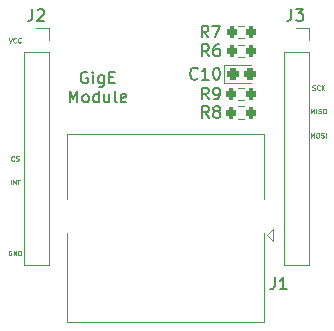
<source format=gto>
G04 #@! TF.GenerationSoftware,KiCad,Pcbnew,7.0.7*
G04 #@! TF.CreationDate,2023-10-04T16:56:07-06:00*
G04 #@! TF.ProjectId,GigE_Module,47696745-5f4d-46f6-9475-6c652e6b6963,rev?*
G04 #@! TF.SameCoordinates,Original*
G04 #@! TF.FileFunction,Legend,Top*
G04 #@! TF.FilePolarity,Positive*
%FSLAX46Y46*%
G04 Gerber Fmt 4.6, Leading zero omitted, Abs format (unit mm)*
G04 Created by KiCad (PCBNEW 7.0.7) date 2023-10-04 16:56:07*
%MOMM*%
%LPD*%
G01*
G04 APERTURE LIST*
G04 Aperture macros list*
%AMRoundRect*
0 Rectangle with rounded corners*
0 $1 Rounding radius*
0 $2 $3 $4 $5 $6 $7 $8 $9 X,Y pos of 4 corners*
0 Add a 4 corners polygon primitive as box body*
4,1,4,$2,$3,$4,$5,$6,$7,$8,$9,$2,$3,0*
0 Add four circle primitives for the rounded corners*
1,1,$1+$1,$2,$3*
1,1,$1+$1,$4,$5*
1,1,$1+$1,$6,$7*
1,1,$1+$1,$8,$9*
0 Add four rect primitives between the rounded corners*
20,1,$1+$1,$2,$3,$4,$5,0*
20,1,$1+$1,$4,$5,$6,$7,0*
20,1,$1+$1,$6,$7,$8,$9,0*
20,1,$1+$1,$8,$9,$2,$3,0*%
G04 Aperture macros list end*
%ADD10C,0.100000*%
%ADD11C,0.150000*%
%ADD12C,0.120000*%
%ADD13C,3.250000*%
%ADD14R,1.500000X1.500000*%
%ADD15C,1.500000*%
%ADD16C,2.300000*%
%ADD17RoundRect,0.200000X-0.200000X-0.275000X0.200000X-0.275000X0.200000X0.275000X-0.200000X0.275000X0*%
%ADD18R,1.350000X1.350000*%
%ADD19O,1.350000X1.350000*%
%ADD20RoundRect,0.250000X-0.287500X-0.275000X0.287500X-0.275000X0.287500X0.275000X-0.287500X0.275000X0*%
G04 APERTURE END LIST*
D10*
X131645237Y-103858895D02*
X131607142Y-103839847D01*
X131607142Y-103839847D02*
X131549999Y-103839847D01*
X131549999Y-103839847D02*
X131492856Y-103858895D01*
X131492856Y-103858895D02*
X131454761Y-103896990D01*
X131454761Y-103896990D02*
X131435714Y-103935085D01*
X131435714Y-103935085D02*
X131416666Y-104011276D01*
X131416666Y-104011276D02*
X131416666Y-104068419D01*
X131416666Y-104068419D02*
X131435714Y-104144609D01*
X131435714Y-104144609D02*
X131454761Y-104182704D01*
X131454761Y-104182704D02*
X131492856Y-104220800D01*
X131492856Y-104220800D02*
X131549999Y-104239847D01*
X131549999Y-104239847D02*
X131588095Y-104239847D01*
X131588095Y-104239847D02*
X131645237Y-104220800D01*
X131645237Y-104220800D02*
X131664285Y-104201752D01*
X131664285Y-104201752D02*
X131664285Y-104068419D01*
X131664285Y-104068419D02*
X131588095Y-104068419D01*
X131835714Y-104239847D02*
X131835714Y-103839847D01*
X131835714Y-103839847D02*
X132064285Y-104239847D01*
X132064285Y-104239847D02*
X132064285Y-103839847D01*
X132254762Y-104239847D02*
X132254762Y-103839847D01*
X132254762Y-103839847D02*
X132350000Y-103839847D01*
X132350000Y-103839847D02*
X132407143Y-103858895D01*
X132407143Y-103858895D02*
X132445238Y-103896990D01*
X132445238Y-103896990D02*
X132464285Y-103935085D01*
X132464285Y-103935085D02*
X132483333Y-104011276D01*
X132483333Y-104011276D02*
X132483333Y-104068419D01*
X132483333Y-104068419D02*
X132464285Y-104144609D01*
X132464285Y-104144609D02*
X132445238Y-104182704D01*
X132445238Y-104182704D02*
X132407143Y-104220800D01*
X132407143Y-104220800D02*
X132350000Y-104239847D01*
X132350000Y-104239847D02*
X132254762Y-104239847D01*
X131588095Y-98239847D02*
X131588095Y-97839847D01*
X131778571Y-98239847D02*
X131778571Y-97839847D01*
X131778571Y-97839847D02*
X132007142Y-98239847D01*
X132007142Y-98239847D02*
X132007142Y-97839847D01*
X132140476Y-97839847D02*
X132369047Y-97839847D01*
X132254761Y-98239847D02*
X132254761Y-97839847D01*
X157125714Y-90220800D02*
X157182857Y-90239847D01*
X157182857Y-90239847D02*
X157278095Y-90239847D01*
X157278095Y-90239847D02*
X157316190Y-90220800D01*
X157316190Y-90220800D02*
X157335238Y-90201752D01*
X157335238Y-90201752D02*
X157354285Y-90163657D01*
X157354285Y-90163657D02*
X157354285Y-90125561D01*
X157354285Y-90125561D02*
X157335238Y-90087466D01*
X157335238Y-90087466D02*
X157316190Y-90068419D01*
X157316190Y-90068419D02*
X157278095Y-90049371D01*
X157278095Y-90049371D02*
X157201904Y-90030323D01*
X157201904Y-90030323D02*
X157163809Y-90011276D01*
X157163809Y-90011276D02*
X157144762Y-89992228D01*
X157144762Y-89992228D02*
X157125714Y-89954133D01*
X157125714Y-89954133D02*
X157125714Y-89916038D01*
X157125714Y-89916038D02*
X157144762Y-89877942D01*
X157144762Y-89877942D02*
X157163809Y-89858895D01*
X157163809Y-89858895D02*
X157201904Y-89839847D01*
X157201904Y-89839847D02*
X157297143Y-89839847D01*
X157297143Y-89839847D02*
X157354285Y-89858895D01*
X157754285Y-90201752D02*
X157735237Y-90220800D01*
X157735237Y-90220800D02*
X157678095Y-90239847D01*
X157678095Y-90239847D02*
X157639999Y-90239847D01*
X157639999Y-90239847D02*
X157582856Y-90220800D01*
X157582856Y-90220800D02*
X157544761Y-90182704D01*
X157544761Y-90182704D02*
X157525714Y-90144609D01*
X157525714Y-90144609D02*
X157506666Y-90068419D01*
X157506666Y-90068419D02*
X157506666Y-90011276D01*
X157506666Y-90011276D02*
X157525714Y-89935085D01*
X157525714Y-89935085D02*
X157544761Y-89896990D01*
X157544761Y-89896990D02*
X157582856Y-89858895D01*
X157582856Y-89858895D02*
X157639999Y-89839847D01*
X157639999Y-89839847D02*
X157678095Y-89839847D01*
X157678095Y-89839847D02*
X157735237Y-89858895D01*
X157735237Y-89858895D02*
X157754285Y-89877942D01*
X157925714Y-90239847D02*
X157925714Y-89839847D01*
X158154285Y-90239847D02*
X157982856Y-90011276D01*
X158154285Y-89839847D02*
X157925714Y-90068419D01*
D11*
X138079047Y-88727438D02*
X137983809Y-88679819D01*
X137983809Y-88679819D02*
X137840952Y-88679819D01*
X137840952Y-88679819D02*
X137698095Y-88727438D01*
X137698095Y-88727438D02*
X137602857Y-88822676D01*
X137602857Y-88822676D02*
X137555238Y-88917914D01*
X137555238Y-88917914D02*
X137507619Y-89108390D01*
X137507619Y-89108390D02*
X137507619Y-89251247D01*
X137507619Y-89251247D02*
X137555238Y-89441723D01*
X137555238Y-89441723D02*
X137602857Y-89536961D01*
X137602857Y-89536961D02*
X137698095Y-89632200D01*
X137698095Y-89632200D02*
X137840952Y-89679819D01*
X137840952Y-89679819D02*
X137936190Y-89679819D01*
X137936190Y-89679819D02*
X138079047Y-89632200D01*
X138079047Y-89632200D02*
X138126666Y-89584580D01*
X138126666Y-89584580D02*
X138126666Y-89251247D01*
X138126666Y-89251247D02*
X137936190Y-89251247D01*
X138555238Y-89679819D02*
X138555238Y-89013152D01*
X138555238Y-88679819D02*
X138507619Y-88727438D01*
X138507619Y-88727438D02*
X138555238Y-88775057D01*
X138555238Y-88775057D02*
X138602857Y-88727438D01*
X138602857Y-88727438D02*
X138555238Y-88679819D01*
X138555238Y-88679819D02*
X138555238Y-88775057D01*
X139459999Y-89013152D02*
X139459999Y-89822676D01*
X139459999Y-89822676D02*
X139412380Y-89917914D01*
X139412380Y-89917914D02*
X139364761Y-89965533D01*
X139364761Y-89965533D02*
X139269523Y-90013152D01*
X139269523Y-90013152D02*
X139126666Y-90013152D01*
X139126666Y-90013152D02*
X139031428Y-89965533D01*
X139459999Y-89632200D02*
X139364761Y-89679819D01*
X139364761Y-89679819D02*
X139174285Y-89679819D01*
X139174285Y-89679819D02*
X139079047Y-89632200D01*
X139079047Y-89632200D02*
X139031428Y-89584580D01*
X139031428Y-89584580D02*
X138983809Y-89489342D01*
X138983809Y-89489342D02*
X138983809Y-89203628D01*
X138983809Y-89203628D02*
X139031428Y-89108390D01*
X139031428Y-89108390D02*
X139079047Y-89060771D01*
X139079047Y-89060771D02*
X139174285Y-89013152D01*
X139174285Y-89013152D02*
X139364761Y-89013152D01*
X139364761Y-89013152D02*
X139459999Y-89060771D01*
X139936190Y-89156009D02*
X140269523Y-89156009D01*
X140412380Y-89679819D02*
X139936190Y-89679819D01*
X139936190Y-89679819D02*
X139936190Y-88679819D01*
X139936190Y-88679819D02*
X140412380Y-88679819D01*
X136579047Y-91289819D02*
X136579047Y-90289819D01*
X136579047Y-90289819D02*
X136912380Y-91004104D01*
X136912380Y-91004104D02*
X137245713Y-90289819D01*
X137245713Y-90289819D02*
X137245713Y-91289819D01*
X137864761Y-91289819D02*
X137769523Y-91242200D01*
X137769523Y-91242200D02*
X137721904Y-91194580D01*
X137721904Y-91194580D02*
X137674285Y-91099342D01*
X137674285Y-91099342D02*
X137674285Y-90813628D01*
X137674285Y-90813628D02*
X137721904Y-90718390D01*
X137721904Y-90718390D02*
X137769523Y-90670771D01*
X137769523Y-90670771D02*
X137864761Y-90623152D01*
X137864761Y-90623152D02*
X138007618Y-90623152D01*
X138007618Y-90623152D02*
X138102856Y-90670771D01*
X138102856Y-90670771D02*
X138150475Y-90718390D01*
X138150475Y-90718390D02*
X138198094Y-90813628D01*
X138198094Y-90813628D02*
X138198094Y-91099342D01*
X138198094Y-91099342D02*
X138150475Y-91194580D01*
X138150475Y-91194580D02*
X138102856Y-91242200D01*
X138102856Y-91242200D02*
X138007618Y-91289819D01*
X138007618Y-91289819D02*
X137864761Y-91289819D01*
X139055237Y-91289819D02*
X139055237Y-90289819D01*
X139055237Y-91242200D02*
X138959999Y-91289819D01*
X138959999Y-91289819D02*
X138769523Y-91289819D01*
X138769523Y-91289819D02*
X138674285Y-91242200D01*
X138674285Y-91242200D02*
X138626666Y-91194580D01*
X138626666Y-91194580D02*
X138579047Y-91099342D01*
X138579047Y-91099342D02*
X138579047Y-90813628D01*
X138579047Y-90813628D02*
X138626666Y-90718390D01*
X138626666Y-90718390D02*
X138674285Y-90670771D01*
X138674285Y-90670771D02*
X138769523Y-90623152D01*
X138769523Y-90623152D02*
X138959999Y-90623152D01*
X138959999Y-90623152D02*
X139055237Y-90670771D01*
X139959999Y-90623152D02*
X139959999Y-91289819D01*
X139531428Y-90623152D02*
X139531428Y-91146961D01*
X139531428Y-91146961D02*
X139579047Y-91242200D01*
X139579047Y-91242200D02*
X139674285Y-91289819D01*
X139674285Y-91289819D02*
X139817142Y-91289819D01*
X139817142Y-91289819D02*
X139912380Y-91242200D01*
X139912380Y-91242200D02*
X139959999Y-91194580D01*
X140579047Y-91289819D02*
X140483809Y-91242200D01*
X140483809Y-91242200D02*
X140436190Y-91146961D01*
X140436190Y-91146961D02*
X140436190Y-90289819D01*
X141340952Y-91242200D02*
X141245714Y-91289819D01*
X141245714Y-91289819D02*
X141055238Y-91289819D01*
X141055238Y-91289819D02*
X140960000Y-91242200D01*
X140960000Y-91242200D02*
X140912381Y-91146961D01*
X140912381Y-91146961D02*
X140912381Y-90766009D01*
X140912381Y-90766009D02*
X140960000Y-90670771D01*
X140960000Y-90670771D02*
X141055238Y-90623152D01*
X141055238Y-90623152D02*
X141245714Y-90623152D01*
X141245714Y-90623152D02*
X141340952Y-90670771D01*
X141340952Y-90670771D02*
X141388571Y-90766009D01*
X141388571Y-90766009D02*
X141388571Y-90861247D01*
X141388571Y-90861247D02*
X140912381Y-90956485D01*
D10*
X131883333Y-96201752D02*
X131864285Y-96220800D01*
X131864285Y-96220800D02*
X131807143Y-96239847D01*
X131807143Y-96239847D02*
X131769047Y-96239847D01*
X131769047Y-96239847D02*
X131711904Y-96220800D01*
X131711904Y-96220800D02*
X131673809Y-96182704D01*
X131673809Y-96182704D02*
X131654762Y-96144609D01*
X131654762Y-96144609D02*
X131635714Y-96068419D01*
X131635714Y-96068419D02*
X131635714Y-96011276D01*
X131635714Y-96011276D02*
X131654762Y-95935085D01*
X131654762Y-95935085D02*
X131673809Y-95896990D01*
X131673809Y-95896990D02*
X131711904Y-95858895D01*
X131711904Y-95858895D02*
X131769047Y-95839847D01*
X131769047Y-95839847D02*
X131807143Y-95839847D01*
X131807143Y-95839847D02*
X131864285Y-95858895D01*
X131864285Y-95858895D02*
X131883333Y-95877942D01*
X132035714Y-96220800D02*
X132092857Y-96239847D01*
X132092857Y-96239847D02*
X132188095Y-96239847D01*
X132188095Y-96239847D02*
X132226190Y-96220800D01*
X132226190Y-96220800D02*
X132245238Y-96201752D01*
X132245238Y-96201752D02*
X132264285Y-96163657D01*
X132264285Y-96163657D02*
X132264285Y-96125561D01*
X132264285Y-96125561D02*
X132245238Y-96087466D01*
X132245238Y-96087466D02*
X132226190Y-96068419D01*
X132226190Y-96068419D02*
X132188095Y-96049371D01*
X132188095Y-96049371D02*
X132111904Y-96030323D01*
X132111904Y-96030323D02*
X132073809Y-96011276D01*
X132073809Y-96011276D02*
X132054762Y-95992228D01*
X132054762Y-95992228D02*
X132035714Y-95954133D01*
X132035714Y-95954133D02*
X132035714Y-95916038D01*
X132035714Y-95916038D02*
X132054762Y-95877942D01*
X132054762Y-95877942D02*
X132073809Y-95858895D01*
X132073809Y-95858895D02*
X132111904Y-95839847D01*
X132111904Y-95839847D02*
X132207143Y-95839847D01*
X132207143Y-95839847D02*
X132264285Y-95858895D01*
X131416667Y-85829847D02*
X131550000Y-86229847D01*
X131550000Y-86229847D02*
X131683333Y-85829847D01*
X132045238Y-86191752D02*
X132026190Y-86210800D01*
X132026190Y-86210800D02*
X131969048Y-86229847D01*
X131969048Y-86229847D02*
X131930952Y-86229847D01*
X131930952Y-86229847D02*
X131873809Y-86210800D01*
X131873809Y-86210800D02*
X131835714Y-86172704D01*
X131835714Y-86172704D02*
X131816667Y-86134609D01*
X131816667Y-86134609D02*
X131797619Y-86058419D01*
X131797619Y-86058419D02*
X131797619Y-86001276D01*
X131797619Y-86001276D02*
X131816667Y-85925085D01*
X131816667Y-85925085D02*
X131835714Y-85886990D01*
X131835714Y-85886990D02*
X131873809Y-85848895D01*
X131873809Y-85848895D02*
X131930952Y-85829847D01*
X131930952Y-85829847D02*
X131969048Y-85829847D01*
X131969048Y-85829847D02*
X132026190Y-85848895D01*
X132026190Y-85848895D02*
X132045238Y-85867942D01*
X132445238Y-86191752D02*
X132426190Y-86210800D01*
X132426190Y-86210800D02*
X132369048Y-86229847D01*
X132369048Y-86229847D02*
X132330952Y-86229847D01*
X132330952Y-86229847D02*
X132273809Y-86210800D01*
X132273809Y-86210800D02*
X132235714Y-86172704D01*
X132235714Y-86172704D02*
X132216667Y-86134609D01*
X132216667Y-86134609D02*
X132197619Y-86058419D01*
X132197619Y-86058419D02*
X132197619Y-86001276D01*
X132197619Y-86001276D02*
X132216667Y-85925085D01*
X132216667Y-85925085D02*
X132235714Y-85886990D01*
X132235714Y-85886990D02*
X132273809Y-85848895D01*
X132273809Y-85848895D02*
X132330952Y-85829847D01*
X132330952Y-85829847D02*
X132369048Y-85829847D01*
X132369048Y-85829847D02*
X132426190Y-85848895D01*
X132426190Y-85848895D02*
X132445238Y-85867942D01*
X157011429Y-92229847D02*
X157011429Y-91829847D01*
X157011429Y-91829847D02*
X157144762Y-92115561D01*
X157144762Y-92115561D02*
X157278095Y-91829847D01*
X157278095Y-91829847D02*
X157278095Y-92229847D01*
X157468572Y-92229847D02*
X157468572Y-91829847D01*
X157640000Y-92210800D02*
X157697143Y-92229847D01*
X157697143Y-92229847D02*
X157792381Y-92229847D01*
X157792381Y-92229847D02*
X157830476Y-92210800D01*
X157830476Y-92210800D02*
X157849524Y-92191752D01*
X157849524Y-92191752D02*
X157868571Y-92153657D01*
X157868571Y-92153657D02*
X157868571Y-92115561D01*
X157868571Y-92115561D02*
X157849524Y-92077466D01*
X157849524Y-92077466D02*
X157830476Y-92058419D01*
X157830476Y-92058419D02*
X157792381Y-92039371D01*
X157792381Y-92039371D02*
X157716190Y-92020323D01*
X157716190Y-92020323D02*
X157678095Y-92001276D01*
X157678095Y-92001276D02*
X157659048Y-91982228D01*
X157659048Y-91982228D02*
X157640000Y-91944133D01*
X157640000Y-91944133D02*
X157640000Y-91906038D01*
X157640000Y-91906038D02*
X157659048Y-91867942D01*
X157659048Y-91867942D02*
X157678095Y-91848895D01*
X157678095Y-91848895D02*
X157716190Y-91829847D01*
X157716190Y-91829847D02*
X157811429Y-91829847D01*
X157811429Y-91829847D02*
X157868571Y-91848895D01*
X158116190Y-91829847D02*
X158192381Y-91829847D01*
X158192381Y-91829847D02*
X158230476Y-91848895D01*
X158230476Y-91848895D02*
X158268571Y-91886990D01*
X158268571Y-91886990D02*
X158287619Y-91963180D01*
X158287619Y-91963180D02*
X158287619Y-92096514D01*
X158287619Y-92096514D02*
X158268571Y-92172704D01*
X158268571Y-92172704D02*
X158230476Y-92210800D01*
X158230476Y-92210800D02*
X158192381Y-92229847D01*
X158192381Y-92229847D02*
X158116190Y-92229847D01*
X158116190Y-92229847D02*
X158078095Y-92210800D01*
X158078095Y-92210800D02*
X158040000Y-92172704D01*
X158040000Y-92172704D02*
X158020952Y-92096514D01*
X158020952Y-92096514D02*
X158020952Y-91963180D01*
X158020952Y-91963180D02*
X158040000Y-91886990D01*
X158040000Y-91886990D02*
X158078095Y-91848895D01*
X158078095Y-91848895D02*
X158116190Y-91829847D01*
X157011429Y-94269847D02*
X157011429Y-93869847D01*
X157011429Y-93869847D02*
X157144762Y-94155561D01*
X157144762Y-94155561D02*
X157278095Y-93869847D01*
X157278095Y-93869847D02*
X157278095Y-94269847D01*
X157544762Y-93869847D02*
X157620953Y-93869847D01*
X157620953Y-93869847D02*
X157659048Y-93888895D01*
X157659048Y-93888895D02*
X157697143Y-93926990D01*
X157697143Y-93926990D02*
X157716191Y-94003180D01*
X157716191Y-94003180D02*
X157716191Y-94136514D01*
X157716191Y-94136514D02*
X157697143Y-94212704D01*
X157697143Y-94212704D02*
X157659048Y-94250800D01*
X157659048Y-94250800D02*
X157620953Y-94269847D01*
X157620953Y-94269847D02*
X157544762Y-94269847D01*
X157544762Y-94269847D02*
X157506667Y-94250800D01*
X157506667Y-94250800D02*
X157468572Y-94212704D01*
X157468572Y-94212704D02*
X157449524Y-94136514D01*
X157449524Y-94136514D02*
X157449524Y-94003180D01*
X157449524Y-94003180D02*
X157468572Y-93926990D01*
X157468572Y-93926990D02*
X157506667Y-93888895D01*
X157506667Y-93888895D02*
X157544762Y-93869847D01*
X157868572Y-94250800D02*
X157925715Y-94269847D01*
X157925715Y-94269847D02*
X158020953Y-94269847D01*
X158020953Y-94269847D02*
X158059048Y-94250800D01*
X158059048Y-94250800D02*
X158078096Y-94231752D01*
X158078096Y-94231752D02*
X158097143Y-94193657D01*
X158097143Y-94193657D02*
X158097143Y-94155561D01*
X158097143Y-94155561D02*
X158078096Y-94117466D01*
X158078096Y-94117466D02*
X158059048Y-94098419D01*
X158059048Y-94098419D02*
X158020953Y-94079371D01*
X158020953Y-94079371D02*
X157944762Y-94060323D01*
X157944762Y-94060323D02*
X157906667Y-94041276D01*
X157906667Y-94041276D02*
X157887620Y-94022228D01*
X157887620Y-94022228D02*
X157868572Y-93984133D01*
X157868572Y-93984133D02*
X157868572Y-93946038D01*
X157868572Y-93946038D02*
X157887620Y-93907942D01*
X157887620Y-93907942D02*
X157906667Y-93888895D01*
X157906667Y-93888895D02*
X157944762Y-93869847D01*
X157944762Y-93869847D02*
X158040001Y-93869847D01*
X158040001Y-93869847D02*
X158097143Y-93888895D01*
X158268572Y-94269847D02*
X158268572Y-93869847D01*
D11*
X153966666Y-106104819D02*
X153966666Y-106819104D01*
X153966666Y-106819104D02*
X153919047Y-106961961D01*
X153919047Y-106961961D02*
X153823809Y-107057200D01*
X153823809Y-107057200D02*
X153680952Y-107104819D01*
X153680952Y-107104819D02*
X153585714Y-107104819D01*
X154966666Y-107104819D02*
X154395238Y-107104819D01*
X154680952Y-107104819D02*
X154680952Y-106104819D01*
X154680952Y-106104819D02*
X154585714Y-106247676D01*
X154585714Y-106247676D02*
X154490476Y-106342914D01*
X154490476Y-106342914D02*
X154395238Y-106390533D01*
X148333333Y-85784819D02*
X148000000Y-85308628D01*
X147761905Y-85784819D02*
X147761905Y-84784819D01*
X147761905Y-84784819D02*
X148142857Y-84784819D01*
X148142857Y-84784819D02*
X148238095Y-84832438D01*
X148238095Y-84832438D02*
X148285714Y-84880057D01*
X148285714Y-84880057D02*
X148333333Y-84975295D01*
X148333333Y-84975295D02*
X148333333Y-85118152D01*
X148333333Y-85118152D02*
X148285714Y-85213390D01*
X148285714Y-85213390D02*
X148238095Y-85261009D01*
X148238095Y-85261009D02*
X148142857Y-85308628D01*
X148142857Y-85308628D02*
X147761905Y-85308628D01*
X148666667Y-84784819D02*
X149333333Y-84784819D01*
X149333333Y-84784819D02*
X148904762Y-85784819D01*
X148383333Y-87384819D02*
X148050000Y-86908628D01*
X147811905Y-87384819D02*
X147811905Y-86384819D01*
X147811905Y-86384819D02*
X148192857Y-86384819D01*
X148192857Y-86384819D02*
X148288095Y-86432438D01*
X148288095Y-86432438D02*
X148335714Y-86480057D01*
X148335714Y-86480057D02*
X148383333Y-86575295D01*
X148383333Y-86575295D02*
X148383333Y-86718152D01*
X148383333Y-86718152D02*
X148335714Y-86813390D01*
X148335714Y-86813390D02*
X148288095Y-86861009D01*
X148288095Y-86861009D02*
X148192857Y-86908628D01*
X148192857Y-86908628D02*
X147811905Y-86908628D01*
X149240476Y-86384819D02*
X149050000Y-86384819D01*
X149050000Y-86384819D02*
X148954762Y-86432438D01*
X148954762Y-86432438D02*
X148907143Y-86480057D01*
X148907143Y-86480057D02*
X148811905Y-86622914D01*
X148811905Y-86622914D02*
X148764286Y-86813390D01*
X148764286Y-86813390D02*
X148764286Y-87194342D01*
X148764286Y-87194342D02*
X148811905Y-87289580D01*
X148811905Y-87289580D02*
X148859524Y-87337200D01*
X148859524Y-87337200D02*
X148954762Y-87384819D01*
X148954762Y-87384819D02*
X149145238Y-87384819D01*
X149145238Y-87384819D02*
X149240476Y-87337200D01*
X149240476Y-87337200D02*
X149288095Y-87289580D01*
X149288095Y-87289580D02*
X149335714Y-87194342D01*
X149335714Y-87194342D02*
X149335714Y-86956247D01*
X149335714Y-86956247D02*
X149288095Y-86861009D01*
X149288095Y-86861009D02*
X149240476Y-86813390D01*
X149240476Y-86813390D02*
X149145238Y-86765771D01*
X149145238Y-86765771D02*
X148954762Y-86765771D01*
X148954762Y-86765771D02*
X148859524Y-86813390D01*
X148859524Y-86813390D02*
X148811905Y-86861009D01*
X148811905Y-86861009D02*
X148764286Y-86956247D01*
X148363333Y-91034819D02*
X148030000Y-90558628D01*
X147791905Y-91034819D02*
X147791905Y-90034819D01*
X147791905Y-90034819D02*
X148172857Y-90034819D01*
X148172857Y-90034819D02*
X148268095Y-90082438D01*
X148268095Y-90082438D02*
X148315714Y-90130057D01*
X148315714Y-90130057D02*
X148363333Y-90225295D01*
X148363333Y-90225295D02*
X148363333Y-90368152D01*
X148363333Y-90368152D02*
X148315714Y-90463390D01*
X148315714Y-90463390D02*
X148268095Y-90511009D01*
X148268095Y-90511009D02*
X148172857Y-90558628D01*
X148172857Y-90558628D02*
X147791905Y-90558628D01*
X148839524Y-91034819D02*
X149030000Y-91034819D01*
X149030000Y-91034819D02*
X149125238Y-90987200D01*
X149125238Y-90987200D02*
X149172857Y-90939580D01*
X149172857Y-90939580D02*
X149268095Y-90796723D01*
X149268095Y-90796723D02*
X149315714Y-90606247D01*
X149315714Y-90606247D02*
X149315714Y-90225295D01*
X149315714Y-90225295D02*
X149268095Y-90130057D01*
X149268095Y-90130057D02*
X149220476Y-90082438D01*
X149220476Y-90082438D02*
X149125238Y-90034819D01*
X149125238Y-90034819D02*
X148934762Y-90034819D01*
X148934762Y-90034819D02*
X148839524Y-90082438D01*
X148839524Y-90082438D02*
X148791905Y-90130057D01*
X148791905Y-90130057D02*
X148744286Y-90225295D01*
X148744286Y-90225295D02*
X148744286Y-90463390D01*
X148744286Y-90463390D02*
X148791905Y-90558628D01*
X148791905Y-90558628D02*
X148839524Y-90606247D01*
X148839524Y-90606247D02*
X148934762Y-90653866D01*
X148934762Y-90653866D02*
X149125238Y-90653866D01*
X149125238Y-90653866D02*
X149220476Y-90606247D01*
X149220476Y-90606247D02*
X149268095Y-90558628D01*
X149268095Y-90558628D02*
X149315714Y-90463390D01*
X155356666Y-83379819D02*
X155356666Y-84094104D01*
X155356666Y-84094104D02*
X155309047Y-84236961D01*
X155309047Y-84236961D02*
X155213809Y-84332200D01*
X155213809Y-84332200D02*
X155070952Y-84379819D01*
X155070952Y-84379819D02*
X154975714Y-84379819D01*
X155737619Y-83379819D02*
X156356666Y-83379819D01*
X156356666Y-83379819D02*
X156023333Y-83760771D01*
X156023333Y-83760771D02*
X156166190Y-83760771D01*
X156166190Y-83760771D02*
X156261428Y-83808390D01*
X156261428Y-83808390D02*
X156309047Y-83856009D01*
X156309047Y-83856009D02*
X156356666Y-83951247D01*
X156356666Y-83951247D02*
X156356666Y-84189342D01*
X156356666Y-84189342D02*
X156309047Y-84284580D01*
X156309047Y-84284580D02*
X156261428Y-84332200D01*
X156261428Y-84332200D02*
X156166190Y-84379819D01*
X156166190Y-84379819D02*
X155880476Y-84379819D01*
X155880476Y-84379819D02*
X155785238Y-84332200D01*
X155785238Y-84332200D02*
X155737619Y-84284580D01*
X133438666Y-83379819D02*
X133438666Y-84094104D01*
X133438666Y-84094104D02*
X133391047Y-84236961D01*
X133391047Y-84236961D02*
X133295809Y-84332200D01*
X133295809Y-84332200D02*
X133152952Y-84379819D01*
X133152952Y-84379819D02*
X133057714Y-84379819D01*
X133867238Y-83475057D02*
X133914857Y-83427438D01*
X133914857Y-83427438D02*
X134010095Y-83379819D01*
X134010095Y-83379819D02*
X134248190Y-83379819D01*
X134248190Y-83379819D02*
X134343428Y-83427438D01*
X134343428Y-83427438D02*
X134391047Y-83475057D01*
X134391047Y-83475057D02*
X134438666Y-83570295D01*
X134438666Y-83570295D02*
X134438666Y-83665533D01*
X134438666Y-83665533D02*
X134391047Y-83808390D01*
X134391047Y-83808390D02*
X133819619Y-84379819D01*
X133819619Y-84379819D02*
X134438666Y-84379819D01*
X147417142Y-89259580D02*
X147369523Y-89307200D01*
X147369523Y-89307200D02*
X147226666Y-89354819D01*
X147226666Y-89354819D02*
X147131428Y-89354819D01*
X147131428Y-89354819D02*
X146988571Y-89307200D01*
X146988571Y-89307200D02*
X146893333Y-89211961D01*
X146893333Y-89211961D02*
X146845714Y-89116723D01*
X146845714Y-89116723D02*
X146798095Y-88926247D01*
X146798095Y-88926247D02*
X146798095Y-88783390D01*
X146798095Y-88783390D02*
X146845714Y-88592914D01*
X146845714Y-88592914D02*
X146893333Y-88497676D01*
X146893333Y-88497676D02*
X146988571Y-88402438D01*
X146988571Y-88402438D02*
X147131428Y-88354819D01*
X147131428Y-88354819D02*
X147226666Y-88354819D01*
X147226666Y-88354819D02*
X147369523Y-88402438D01*
X147369523Y-88402438D02*
X147417142Y-88450057D01*
X148369523Y-89354819D02*
X147798095Y-89354819D01*
X148083809Y-89354819D02*
X148083809Y-88354819D01*
X148083809Y-88354819D02*
X147988571Y-88497676D01*
X147988571Y-88497676D02*
X147893333Y-88592914D01*
X147893333Y-88592914D02*
X147798095Y-88640533D01*
X148988571Y-88354819D02*
X149083809Y-88354819D01*
X149083809Y-88354819D02*
X149179047Y-88402438D01*
X149179047Y-88402438D02*
X149226666Y-88450057D01*
X149226666Y-88450057D02*
X149274285Y-88545295D01*
X149274285Y-88545295D02*
X149321904Y-88735771D01*
X149321904Y-88735771D02*
X149321904Y-88973866D01*
X149321904Y-88973866D02*
X149274285Y-89164342D01*
X149274285Y-89164342D02*
X149226666Y-89259580D01*
X149226666Y-89259580D02*
X149179047Y-89307200D01*
X149179047Y-89307200D02*
X149083809Y-89354819D01*
X149083809Y-89354819D02*
X148988571Y-89354819D01*
X148988571Y-89354819D02*
X148893333Y-89307200D01*
X148893333Y-89307200D02*
X148845714Y-89259580D01*
X148845714Y-89259580D02*
X148798095Y-89164342D01*
X148798095Y-89164342D02*
X148750476Y-88973866D01*
X148750476Y-88973866D02*
X148750476Y-88735771D01*
X148750476Y-88735771D02*
X148798095Y-88545295D01*
X148798095Y-88545295D02*
X148845714Y-88450057D01*
X148845714Y-88450057D02*
X148893333Y-88402438D01*
X148893333Y-88402438D02*
X148988571Y-88354819D01*
X148373333Y-92614819D02*
X148040000Y-92138628D01*
X147801905Y-92614819D02*
X147801905Y-91614819D01*
X147801905Y-91614819D02*
X148182857Y-91614819D01*
X148182857Y-91614819D02*
X148278095Y-91662438D01*
X148278095Y-91662438D02*
X148325714Y-91710057D01*
X148325714Y-91710057D02*
X148373333Y-91805295D01*
X148373333Y-91805295D02*
X148373333Y-91948152D01*
X148373333Y-91948152D02*
X148325714Y-92043390D01*
X148325714Y-92043390D02*
X148278095Y-92091009D01*
X148278095Y-92091009D02*
X148182857Y-92138628D01*
X148182857Y-92138628D02*
X147801905Y-92138628D01*
X148944762Y-92043390D02*
X148849524Y-91995771D01*
X148849524Y-91995771D02*
X148801905Y-91948152D01*
X148801905Y-91948152D02*
X148754286Y-91852914D01*
X148754286Y-91852914D02*
X148754286Y-91805295D01*
X148754286Y-91805295D02*
X148801905Y-91710057D01*
X148801905Y-91710057D02*
X148849524Y-91662438D01*
X148849524Y-91662438D02*
X148944762Y-91614819D01*
X148944762Y-91614819D02*
X149135238Y-91614819D01*
X149135238Y-91614819D02*
X149230476Y-91662438D01*
X149230476Y-91662438D02*
X149278095Y-91710057D01*
X149278095Y-91710057D02*
X149325714Y-91805295D01*
X149325714Y-91805295D02*
X149325714Y-91852914D01*
X149325714Y-91852914D02*
X149278095Y-91948152D01*
X149278095Y-91948152D02*
X149230476Y-91995771D01*
X149230476Y-91995771D02*
X149135238Y-92043390D01*
X149135238Y-92043390D02*
X148944762Y-92043390D01*
X148944762Y-92043390D02*
X148849524Y-92091009D01*
X148849524Y-92091009D02*
X148801905Y-92138628D01*
X148801905Y-92138628D02*
X148754286Y-92233866D01*
X148754286Y-92233866D02*
X148754286Y-92424342D01*
X148754286Y-92424342D02*
X148801905Y-92519580D01*
X148801905Y-92519580D02*
X148849524Y-92567200D01*
X148849524Y-92567200D02*
X148944762Y-92614819D01*
X148944762Y-92614819D02*
X149135238Y-92614819D01*
X149135238Y-92614819D02*
X149230476Y-92567200D01*
X149230476Y-92567200D02*
X149278095Y-92519580D01*
X149278095Y-92519580D02*
X149325714Y-92424342D01*
X149325714Y-92424342D02*
X149325714Y-92233866D01*
X149325714Y-92233866D02*
X149278095Y-92138628D01*
X149278095Y-92138628D02*
X149230476Y-92091009D01*
X149230476Y-92091009D02*
X149135238Y-92043390D01*
D12*
X153770000Y-103010000D02*
X153270000Y-102510000D01*
X153770000Y-102010000D02*
X153770000Y-103010000D01*
X153270000Y-102510000D02*
X153770000Y-102010000D01*
X153075000Y-109920000D02*
X153075000Y-102310000D01*
X153075000Y-109920000D02*
X136345000Y-109920000D01*
X153075000Y-93950000D02*
X153075000Y-99510000D01*
X153075000Y-93950000D02*
X136345000Y-93950000D01*
X136345000Y-109920000D02*
X136345000Y-102310000D01*
X136345000Y-93950000D02*
X136345000Y-99510000D01*
X150882742Y-84807500D02*
X151357258Y-84807500D01*
X150882742Y-85852500D02*
X151357258Y-85852500D01*
X150882742Y-86407500D02*
X151357258Y-86407500D01*
X150882742Y-87452500D02*
X151357258Y-87452500D01*
X150872742Y-90057500D02*
X151347258Y-90057500D01*
X150872742Y-91102500D02*
X151347258Y-91102500D01*
X154712000Y-87025000D02*
X154712000Y-105085000D01*
X154712000Y-87025000D02*
X156832000Y-87025000D01*
X154712000Y-105085000D02*
X156832000Y-105085000D01*
X155772000Y-84965000D02*
X156832000Y-84965000D01*
X156832000Y-84965000D02*
X156832000Y-86025000D01*
X156832000Y-87025000D02*
X156832000Y-105085000D01*
X132712000Y-87025000D02*
X132712000Y-105085000D01*
X132712000Y-87025000D02*
X134832000Y-87025000D01*
X132712000Y-105085000D02*
X134832000Y-105085000D01*
X133772000Y-84965000D02*
X134832000Y-84965000D01*
X134832000Y-84965000D02*
X134832000Y-86025000D01*
X134832000Y-87025000D02*
X134832000Y-105085000D01*
X149622500Y-88115000D02*
X149622500Y-89685000D01*
X149622500Y-89685000D02*
X151932500Y-89685000D01*
X151932500Y-88115000D02*
X149622500Y-88115000D01*
X150872742Y-91637500D02*
X151347258Y-91637500D01*
X150872742Y-92682500D02*
X151347258Y-92682500D01*
%LPC*%
D13*
X151060000Y-104350000D03*
X138360000Y-104350000D03*
D14*
X148270000Y-101810000D03*
D15*
X147254000Y-100030000D03*
X146238000Y-101810000D03*
X145222000Y-100030000D03*
X144206000Y-101810000D03*
X143190000Y-100030000D03*
X142174000Y-101810000D03*
X141158000Y-100030000D03*
X151570000Y-95210000D03*
X149280000Y-95210000D03*
X140140000Y-95210000D03*
X137850000Y-95210000D03*
D16*
X152840000Y-100920000D03*
X136580000Y-100920000D03*
D17*
X150295000Y-85330000D03*
X151945000Y-85330000D03*
X150295000Y-86930000D03*
X151945000Y-86930000D03*
X150285000Y-90580000D03*
X151935000Y-90580000D03*
D18*
X155772000Y-86025000D03*
D19*
X155772000Y-88025000D03*
X155772000Y-90025000D03*
X155772000Y-92025000D03*
X155772000Y-94025000D03*
X155772000Y-96025000D03*
X155772000Y-98025000D03*
X155772000Y-100025000D03*
X155772000Y-102025000D03*
X155772000Y-104025000D03*
D18*
X133772000Y-86025000D03*
D19*
X133772000Y-88025000D03*
X133772000Y-90025000D03*
X133772000Y-92025000D03*
X133772000Y-94025000D03*
X133772000Y-96025000D03*
X133772000Y-98025000D03*
X133772000Y-100025000D03*
X133772000Y-102025000D03*
X133772000Y-104025000D03*
D20*
X150420000Y-88900000D03*
X151845000Y-88900000D03*
D17*
X150285000Y-92160000D03*
X151935000Y-92160000D03*
%LPD*%
M02*

</source>
